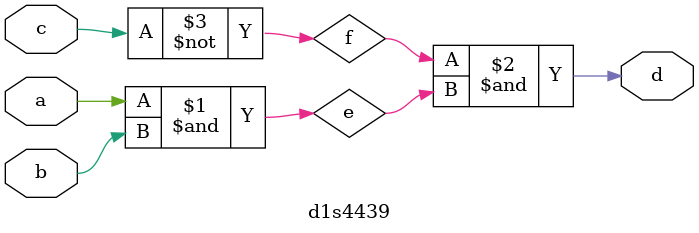
<source format=v>
module d1s4439(a,b,c,d);
  input a,b,c;
  output d;
  wire a,b,c,d,e,f;
  
  and E1(e,a,b);
  not E2(f,c);
  and E3(d,f,e);
  
endmodule

</source>
